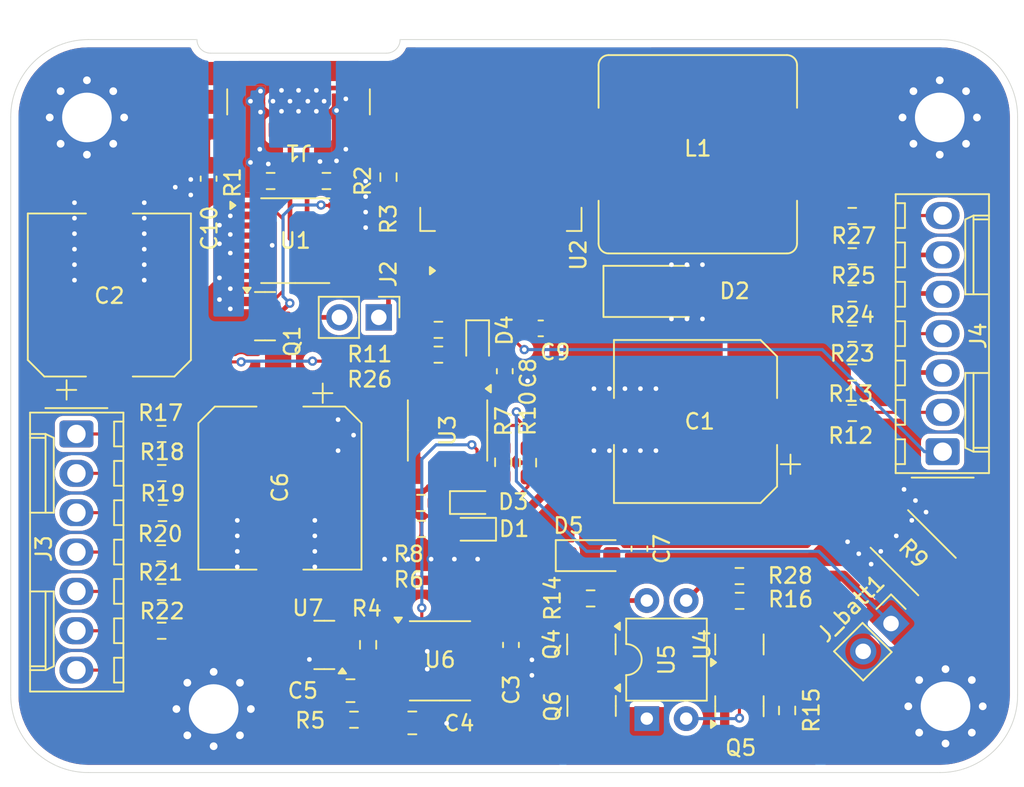
<source format=kicad_pcb>
(kicad_pcb (version 20240108) (generator "pcbnew") (generator_version "8.0")
  (layers (0 "F.Cu" signal) (31 "B.Cu" signal) (34 "B.Paste" user) (35 "F.Paste" user) (36 "B.SilkS" user "B.Silkscreen") (37 "F.SilkS" user "F.Silkscreen") (38 "B.Mask" user) (39 "F.Mask" user) (44 "Edge.Cuts" user))
  (net 0 "")
  (net 1 "/-OUT")
  (net 2 "GND")
  (net 3 "/+OUT")
  (net 4 "/VBUS_PD")
  (net 5 "/5V_stab")
  (net 6 "Net-(U7-K)")
  (net 7 "/CC_vref_div1")
  (net 8 "Net-(D4-A)")
  (net 9 "Net-(U2-VC)")
  (net 10 "Net-(J1-SHIELD)")
  (net 11 "Net-(D1-K)")
  (net 12 "Net-(D1-A)")
  (net 13 "/BUCK_SW")
  (net 14 "Net-(J1-CC2)")
  (net 15 "Net-(J1-CC1)")
  (net 16 "Net-(J2-Pin_2)")
  (net 17 "Net-(J2-Pin_1)")
  (net 18 "Net-(J3-Pin_5)")
  (net 19 "Net-(J3-Pin_2)")
  (net 20 "Net-(J3-Pin_4)")
  (net 21 "Net-(J3-Pin_3)")
  (net 22 "Net-(J3-Pin_6)")
  (net 23 "Net-(J4-Pin_3)")
  (net 24 "Net-(J4-Pin_6)")
  (net 25 "Net-(J4-Pin_2)")
  (net 26 "Net-(J4-Pin_5)")
  (net 27 "Net-(J4-Pin_4)")
  (net 28 "/FB")
  (net 29 "Net-(Q1-G)")
  (net 30 "Net-(Q5-B)")
  (net 31 "Net-(Q5-C)")
  (net 32 "Net-(Q5-E)")
  (net 33 "/VBUS")
  (net 34 "/CC_vref")
  (net 35 "Net-(U3B--)")
  (net 36 "Net-(D3-A)")
  (net 48 "Net-(D5-K)")
  (net 49 "Net-(D5-A)")
  (net 50 "Net-(R28-Pad2)")
  (net 51 "Net-(J_batt1-Pin_2)")
  (net 52 "Net-(J4-Pin_7)")
  (net 53 "Net-(J3-Pin_7)")
  (footprint "Package_TO_SOT_SMD:TO-263-5_TabPin3" (layer "F.Cu") (at 166 63.5 90)
    (property "Reference" "U2")
    (property "Value" "XL4015")
  )
  (footprint "Resistor_SMD:R_0603_1608Metric_Pad0.98x0.95mm_HandSolder" (layer "F.Cu") (at 167.75 83.275 90)
    (property "Reference" "R10")
    (property "Value" "1k")
  )
  (footprint "Resistor_SMD:R_0603_1608Metric_Pad0.98x0.95mm_HandSolder" (layer "F.Cu") (at 144.125 94.125 180)
    (property "Reference" "R22")
    (property "Value" "1k")
  )
  (footprint "Resistor_SMD:R_0603_1608Metric_Pad0.98x0.95mm_HandSolder" (layer "F.Cu") (at 188.66 67.3575)
    (property "Reference" "R27")
    (property "Value" "1k")
  )
  (footprint "LED_SMD:LED_0603_1608Metric" (layer "F.Cu") (at 164.5 75.575 -90)
    (property "Reference" "D4")
    (property "Value" "LED")
  )
  (footprint "Package_SO:SO-8_3.9x4.9mm_P1.27mm" (layer "F.Cu") (at 162.56 81.2 -90)
    (property "Reference" "U3")
    (property "Value" "LM358")
  )
  (footprint "Capacitor_SMD:CP_Elec_10x10" (layer "F.Cu") (at 178.5525 80.62 180)
    (property "Reference" "C1")
    (property "Value" "470u")
  )
  (footprint "Package_DIP:DIP-4_W7.62mm" (layer "F.Cu") (at 175.41 99.795 90)
    (property "Reference" "U5")
    (property "Value" "PC817")
  )
  (footprint "Connector_Molex:Molex_KK-254_AE-6410-07A_1x07_P2.54mm_Vertical" (layer "F.Cu") (at 138.625 81.425 -90)
    (property "Reference" "J3")
    (property "Value" "kk254")
  )
  (footprint "Resistor_SMD:R_0603_1608Metric_Pad0.98x0.95mm_HandSolder" (layer "F.Cu") (at 181.3975 92.195)
    (property "Reference" "R16")
    (property "Value" "100k")
  )
  (footprint "Package_TO_SOT_SMD:SOT-23" (layer "F.Cu") (at 150.7875 73.825)
    (property "Reference" "Q1")
    (property "Value" "AO3400")
  )
  (footprint "Capacitor_SMD:C_0805_2012Metric_Pad1.18x1.45mm_HandSolder" (layer "F.Cu") (at 156.3 97.99)
    (property "Reference" "C5")
    (property "Value" "1u")
  )
  (footprint "MountingHole:MountingHole_3.2mm_M3_Pad_Via" (layer "F.Cu") (at 194.675 99)
    (property "Reference" "H4")
    (property "Value" "M3")
  )
  (footprint "Connector_USB:USB_C_Receptacle_GCT_USB4135-GF-A_6P_TopMnt_Horizontal" (layer "F.Cu") (at 152.95 58.7675 180)
    (property "Reference" "J1")
    (property "Value" "USB_C_Receptacle_PowerOnly_6P")
  )
  (footprint "Resistor_SMD:R_0603_1608Metric_Pad0.98x0.95mm_HandSolder" (layer "F.Cu") (at 158.75 64.85 90)
    (property "Reference" "R3")
    (property "Value" "5K1")
  )
  (footprint "Resistor_SMD:R_0603_1608Metric_Pad0.98x0.95mm_HandSolder" (layer "F.Cu") (at 171.7875 92.0375 180)
    (property "Reference" "R14")
    (property "Value" "100k")
  )
  (footprint "Resistor_SMD:R_0603_1608Metric_Pad0.98x0.95mm_HandSolder" (layer "F.Cu") (at 151.15 65.1 180)
    (property "Reference" "R1")
    (property "Value" "5K1")
  )
  (footprint "Resistor_SMD:R_0603_1608Metric_Pad0.98x0.95mm_HandSolder" (layer "F.Cu") (at 144.125 81.425 180)
    (property "Reference" "R17")
    (property "Value" "1k")
  )
  (footprint "Package_TO_SOT_SMD:SOT-23" (layer "F.Cu") (at 171.85 98.975 -90)
    (property "Reference" "Q6")
    (property "Value" "AO3401A")
  )
  (footprint "Resistor_SMD:R_0603_1608Metric_Pad0.98x0.95mm_HandSolder" (layer "F.Cu") (at 157.4375 95.03 -90)
    (property "Reference" "R4")
    (property "Value" "2.2k")
  )
  (footprint "Resistor_SMD:R_0603_1608Metric_Pad0.98x0.95mm_HandSolder" (layer "F.Cu") (at 188.66 72.3575)
    (property "Reference" "R24")
    (property "Value" "1k")
  )
  (footprint "Package_TO_SOT_SMD:SOT-23" (layer "F.Cu") (at 154.6125 95.04 180)
    (property "Reference" "U7")
    (property "Value" "TL431DBZ")
  )
  (footprint "Capacitor_SMD:C_0805_2012Metric_Pad1.18x1.45mm_HandSolder" (layer "F.Cu") (at 160.2875 100.07)
    (property "Reference" "C4")
    (property "Value" "1u")
  )
  (footprint "Package_TO_SOT_SMD:SOT-23" (layer "F.Cu") (at 181.385 98.995 90)
    (property "Reference" "Q5")
    (property "Value" "BC847")
  )
  (footprint "Package_SO:SOIC-8_3.9x4.9mm_P1.27mm" (layer "F.Cu") (at 162.075 96.065)
    (property "Reference" "U6")
    (property "Value" "L78L05_SO8")
  )
  (footprint "Resistor_SMD:R_0603_1608Metric_Pad0.98x0.95mm_HandSolder" (layer "F.Cu") (at 184.46 99.27 -90)
    (property "Reference" "R15")
    (property "Value" "2.2k")
  )
  (footprint "Resistor_SMD:R_0603_1608Metric_Pad0.98x0.95mm_HandSolder" (layer "F.Cu") (at 156.525 99.865 180)
    (property "Reference" "R5")
    (property "Value" "71,5k")
  )
  (footprint "Connector_PinHeader_2.54mm:PinHeader_1x02_P2.54mm_Vertical" (layer "F.Cu") (at 158.125 73.9 -90)
    (property "Reference" "J2")
    (property "Value" "KK254")
  )
  (footprint "MountingHole:MountingHole_3.2mm_M3_Pad_Via" (layer "F.Cu") (at 139.302944 61)
    (property "Reference" "H1")
    (property "Value" "M3")
  )
  (footprint "LED_SMD:LED_0603_1608Metric" (layer "F.Cu") (at 164.2 87.575 180)
    (property "Reference" "D1")
    (property "Value" "LED")
  )
  (footprint "Resistor_SMD:R_2512_6332Metric_Pad1.40x3.35mm_HandSolder" (layer "F.Cu") (at 192.59 89.09 -45)
    (property "Reference" "R9")
    (property "Value" "0.05")
  )
  (footprint "Resistor_SMD:R_0603_1608Metric_Pad0.98x0.95mm_HandSolder" (layer "F.Cu") (at 188.66 77.4575)
    (property "Reference" "R13")
    (property "Value" "1k")
  )
  (footprint "Connector_Molex:Molex_KK-254_AE-6410-07A_1x07_P2.54mm_Vertical" (layer "F.Cu") (at 194.49 82.57 90)
    (property "Reference" "J4")
    (property "Value" "kk254")
  )
  (footprint "Resistor_SMD:R_0603_1608Metric_Pad0.98x0.95mm_HandSolder" (layer "F.Cu") (at 188.66 80.07)
    (property "Reference" "R12")
    (property "Value" "1k")
  )
  (footprint "LED_SMD:LED_0603_1608Metric" (layer "F.Cu") (at 164.2 85.85)
    (property "Reference" "D3")
    (property "Value" "LED")
  )
  (footprint "Resistor_SMD:R_0603_1608Metric_Pad0.98x0.95mm_HandSolder" (layer "F.Cu") (at 166.15 83.25 -90)
    (property "Reference" "R7")
    (property "Value" "1k")
  )
  (footprint "Resistor_SMD:R_0603_1608Metric_Pad0.98x0.95mm_HandSolder" (layer "F.Cu") (at 160.875 87.55)
    (property "Reference" "R6")
    (property "Value" "90.9k")
  )
  (footprint "Package_TO_SOT_SMD:SOT-23" (layer "F.Cu") (at 171.8375 95 -90)
    (property "Reference" "Q4")
    (property "Value" "AO3401A")
  )
  (footprint "Resistor_SMD:R_0603_1608Metric_Pad0.98x0.95mm_HandSolder" (layer "F.Cu") (at 144.1 89.125 180)
    (property "Reference" "R20")
    (property "Value" "1k")
  )
  (footprint "Resistor_SMD:R_0603_1608Metric_Pad0.98x0.95mm_HandSolder" (layer "F.Cu") (at 154.75 65.1)
    (property "Reference" "R2")
    (property "Value" "5K1")
  )
  (footprint "Resistor_SMD:R_0603_1608Metric_Pad0.98x0.95mm_HandSolder" (layer "F.Cu") (at 144.125 83.95 180)
    (property "Reference" "R18")
    (property "Value" "1k")
  )
  (footprint "Capacitor_SMD:C_0603_1608Metric_Pad1.08x0.95mm_HandSolder" (layer "F.Cu") (at 166.65 95.04 -90)
    (property "Reference" "C3")
    (property "Value" "10n")
  )
  (footprint "Resistor_SMD:R_0603_1608Metric_Pad0.98x0.95mm_HandSolder" (layer "F.Cu") (at 181.385 90.595 180)
    (property "Reference" "R28")
    (property "Value" "1k")
  )
  (footprint "MountingHole:MountingHole_3.2mm_M3_Pad_Via" (layer "F.Cu") (at 147.475 99.175)
    (property "Reference" "H3")
    (property "Value" "M3")
  )
  (footprint "Resistor_SMD:R_0603_1608Metric_Pad0.98x0.95mm_HandSolder" (layer "F.Cu") (at 144.125 91.625 180)
    (property "Reference" "R21")
    (property "Value" "1k")
  )
  (footprint "Capacitor_SMD:C_0603_1608Metric_Pad1.08x0.95mm_HandSolder" (layer "F.Cu") (at 168.57 74.61 180)
    (property "Reference" "C9")
    (property "Value" "10n")
  )
  (footprint "Resistor_SMD:R_0603_1608Metric_Pad0.98x0.95mm_HandSolder" (layer "F.Cu") (at 188.66 69.9575)
    (property "Reference" "R25")
    (property "Value" "1k")
  )
  (footprint "MountingHole:MountingHole_3.2mm_M3_Pad_Via" (layer "F.Cu") (at 194.302944 61)
    (property "Reference" "H2")
    (property "Value" "M3")
  )
  (footprint "Diode_SMD:D_SOD-123F" (layer "F.Cu") (at 171.75 89.275)
    (property "Reference" "D5")
    (property "Value" "9v")
  )
  (footprint "Capacitor_SMD:CP_Elec_10x10" (layer "F.Cu") (at 151.75 84.9175 -90)
    (property "Reference" "C6")
    (property "Value" "470u")
  )
  (footprint "Capacitor_SMD:C_0603_1608Metric_Pad1.08x0.95mm_HandSolder" (layer "F.Cu") (at 166.25 77.375 -90)
    (property "Reference" "C8")
    (property "Value" "1n")
  )
  (footprint "Capacitor_SMD:CP_Elec_10x10" (layer "F.Cu") (at 140.75 72.4575 90)
    (property "Reference" "C2")
    (property "Value" "470u")
  )
  (footprint "Capacitor_SMD:C_0603_1608Metric_Pad1.08x0.95mm_HandSolder" (layer "F.Cu") (at 174.935 88.8325 -90)
    (property "Reference" "C7")
    (property "Value" "10n")
  )
  (footprint "Resistor_SMD:R_0603_1608Metric_Pad0.98x0.95mm_HandSolder" (layer "F.Cu") (at 160.85 85.875)
    (property "Reference" "R8")
    (property "Value" "10k")
  )
  (footprint "Package_SO:TSSOP-16_4.4x5mm_P0.65mm" (layer "F.Cu") (at 152.7375 68.95)
    (property "Reference" "U1")
    (property "Value" "IP2721")
  )
  (footprint "Resistor_SMD:R_0603_1608Metric_Pad0.98x0.95mm_HandSolder" (layer "F.Cu") (at 161.97 74.705)
    (property "Reference" "R11")
    (property "Value" "270")
  )
  (footprint "Capacitor_SMD:C_0603_1608Metric_Pad1.08x0.95mm_HandSolder" (layer "F.Cu") (at 147.15 64.95 90)
    (property "Reference" "C10")
    (property "Value" "10n")
  )
  (footprint "Package_TO_SOT_SMD:SOT-23" (layer "F.Cu") (at 181.385 95.0075 90)
    (property "Reference" "U4")
    (property "Value" "TL431")
  )
  (footprint "Inductor_SMD:L_Bourns_SRR1260" (layer "F.Cu") (at 178.7 63.375)
    (property "Reference" "L1")
    (property "Value" "40uH")
  )
  (footprint "Resistor_SMD:R_0603_1608Metric_Pad0.98x0.95mm_HandSolder" (layer "F.Cu") (at 188.66 74.9575)
    (property "Reference" "R23")
    (property "Value" "1k")
  )
  (footprint "Resistor_SMD:R_0603_1608Metric_Pad0.98x0.95mm_HandSolder" (layer "F.Cu") (at 161.97 76.305 180)
    (property "Reference" "R26")
    (property "Value" "1k")
  )
  (footprint "Connector_PinHeader_2.54mm:PinHeader_1x02_P2.54mm_Vertical" (layer "F.Cu") (at 191.161562 93.658439 -45)
    (property "Reference" "J_batt1")
    (property "Value" "molex kk254")
  )
  (footprint "Diode_SMD:D_SMA" (layer "F.Cu") (at 176.125 72.225)
    (property "Reference" "D2")
    (property "Value" "SS54")
  )
  (footprint "Resistor_SMD:R_0603_1608Metric_Pad0.98x0.95mm_HandSolder" (layer "F.Cu") (at 144.175 86.525 180)
    (property "Reference" "R19")
    (property "Value" "1k")
  )
  (gr_arc (start 199.325251 98.275) (mid 197.860712 101.81071) (end 194.325002 103.275249) (stroke (width 0.05)) (layer "Edge.Cuts"))
  (gr_arc (start 147.276413 56.851164) (mid 146.656695 56.594469) (end 146.4 55.974751) (stroke (width 0.05)) (layer "Edge.Cuts"))
  (gr_arc (start 139.38929 103.275249) (mid 135.85358 101.81071) (end 134.389041 98.275) (stroke (width 0.05)) (layer "Edge.Cuts"))
  (gr_arc (start 159.5 55.974751) (mid 159.243305 56.594469) (end 158.623587 56.851164) (stroke (width 0.05)) (layer "Edge.Cuts"))
  (gr_line (start 158.623587 56.851164) (end 147.276413 56.851164) (stroke (width 0.05)) (layer "Edge.Cuts"))
  (gr_line (start 134.389041 60.975) (end 134.389041 98.275) (stroke (width 0.05)) (layer "Edge.Cuts"))
  (gr_line (start 194.325 55.974751) (end 159.5 55.974751) (stroke (width 0.05)) (layer "Edge.Cuts"))
  (gr_arc (start 194.325 55.974751) (mid 197.86071 57.43929) (end 199.325249 60.975) (stroke (width 0.05)) (layer "Edge.Cuts"))
  (gr_line (start 139.38929 103.275249) (end 194.325002 103.275249) (stroke (width 0.05)) (layer "Edge.Cuts"))
  (gr_line (start 199.325251 98.275) (end 199.325251 60.975) (stroke (width 0.05)) (layer "Edge.Cuts"))
  (gr_line (start 139.38929 55.974751) (end 146.4 55.974751) (stroke (width 0.05)) (layer "Edge.Cuts"))
  (gr_arc (start 134.389041 60.975) (mid 135.85358 57.43929) (end 139.38929 55.974751) (stroke (width 0.05)) (layer "Edge.Cuts"))
  (segment (start 180.485 92.195) (end 180.6975 92.195) (width 0.5) (layer "F.Cu") (net 1))
  (segment (start 167.55 80.95) (end 167.475 80.875) (width 0.2) (layer "F.Cu") (net 1))
  (segment (start 167 80.4) (end 167 80) (width 0.2) (layer "F.Cu") (net 1))
  (segment (start 167.75 82.3625) (end 167.75 81.15) (width 0.2) (layer "F.Cu") (net 1))
  (segment (start 161.925 80.875) (end 161.925 78.625) (width 0.3) (layer "F.Cu") (net 1))
  (segment (start 188.098123 90.595) (end 191.161562 93.658439) (width 0.7) (layer "F.Cu") (net 1))
  (segment (start 167.55 80.95) (end 167 80.4) (width 0.2) (layer "F.Cu") (net 1))
  (segment (start 167.75 81.15) (end 167.55 80.95) (width 0.2) (layer "F.Cu") (net 1))
  (segment (start 182.2975 90.595) (end 188.098123 90.595) (width 0.7) (layer "F.Cu") (net 1))
  (segment (start 160.655 82.145) (end 161.925 80.875) (width 0.3) (layer "F.Cu") (net 1))
  (segment (start 167.475 80.875) (end 161.925 80.875) (width 0.2) (layer "F.Cu") (net 1))
  (segment (start 160.655 83.775) (end 160.655 82.145) (width 0.3) (layer "F.Cu") (net 1))
  (segment (start 182.2975 90.595) (end 182.085 90.595) (width 0.3) (layer "F.Cu") (net 1))
  (via (at 167 80) (size 0.6) (drill 0.3) (layers "F.Cu" "B.Cu") (net 1))
  (segment (start 171.525 89) (end 186.503123 89) (width 0.2) (layer "B.Cu") (net 1))
  (segment (start 186.503123 89) (end 191.161562 93.658439) (width 0.2) (layer "B.Cu") (net 1))
  (segment (start 167 84.475) (end 171.525 89) (width 0.2) (layer "B.Cu") (net 1))
  (segment (start 167 80) (end 167 84.475) (width 0.2) (layer "B.Cu") (net 1))
  (segment (start 149.875 69.275) (end 151.225 69.275) (width 0.3) (layer "F.Cu") (net 2))
  (segment (start 151.225 69.275) (end 151.25 69.25) (width 0.3) (layer "F.Cu") (net 2))
  (via (at 179 70.5) (size 0.6) (drill 0.3) (layers "F.Cu" "B.Cu") (net 2))
  (via (at 178 74) (size 0.6) (drill 0.3) (layers "F.Cu" "B.Cu") (net 2))
  (via (at 164.5 89.5) (size 0.6) (drill 0.3) (layers "F.Cu" "B.Cu") (net 2))
  (via (at 162.5 100.1) (size 0.6) (drill 0.3) (layers "F.Cu" "B.Cu") (net 2))
  (via (at 175 82.5) (size 0.6) (drill 0.3) (layers "F.Cu" "B.Cu") (net 2))
  (via (at 179 74) (size 0.6) (drill 0.3) (layers "F.Cu" "B.Cu") (net 2))
  (via (at 151.25 69.25) (size 0.6) (drill 0.3) (layers "F.Cu" "B.Cu") (net 2))
  (via (at 157.278726 65.10813) (size 0.6) (drill 0.3) (layers "F.Cu" "B.Cu") (net 2))
  (via (at 138.5 68.5) (size 0.6) (drill 0.3) (layers "F.Cu" "B.Cu") (net 2))
  (via (at 138.5 70.5) (size 0.6) (drill 0.3) (layers "F.Cu" "B.Cu") (net 2))
  (via (at 188.358872 88.380963) (size 0.6) (drill 0.3) (layers "F.Cu" "B.Cu") (net 2))
  (via (at 156 59.8) (size 0.6) (drill 0.3) (layers "F.Cu" "B.Cu") (net 2))
  (via (at 192.736307 85.720391) (size 0.6) (drill 0.3) (layers "F.Cu" "B.Cu") (net 2))
  (via (at 191.5 88) (size 0.6) (drill 0.3) (layers "F.Cu" "B.Cu") (net 2))
  (via (at 143 66.5) (size 0.6) (drill 0.3) (layers "F.Cu" "B.Cu") (net 2))
  (via (at 161.25 96.6) (size 0.6) (drill 0.3) (layers "F.Cu" "B.Cu") (net 2))
  (via (at 150.45 63.05) (size 0.6) (drill 0.3) (layers "F.Cu" "B.Cu") (net 2))
  (via (at 143 70.5) (size 0.6) (drill 0.3) (layers "F.Cu" "B.Cu") (net 2))
  (via (at 156.5 81.5) (size 0.6) (drill 0.3) (layers "F.Cu" "B.Cu") (net 2))
  (via (at 154 89) (size 0.6) (drill 0.3) (layers "F.Cu" "B.Cu") (net 2))
  (via (at 158.5 89.5) (size 0.6) (drill 0.3) (layers "F.Cu" "B.Cu") (net 2))
  (via (at 143 68.5) (size 0.6) (drill 0.3) (layers "F.Cu" "B.Cu") (net 2))
  (via (at 172 82.5) (size 0.6) (drill 0.3) (layers "F.Cu" "B.Cu") (net 2))
  (via (at 168 96) (size 0.6) (drill 0.3) (layers "F.Cu" "B.Cu") (net 2))
  (via (at 157.278726 68.10813) (size 0.6) (drill 0.3) (layers "F.Cu" "B.Cu") (net 2))
  (via (at 146 65) (size 0.6) (drill 0.3) (layers "F.Cu" "B.Cu") (net 2))
  (via (at 167.725 78) (size 0.6) (drill 0.3) (layers "F.Cu" "B.Cu") (net 2))
  (via (at 154 90) (size 0.6) (drill 0.3) (layers "F.Cu" "B.Cu") (net 2))
  (via (at 176 78.5) (size 0.6) (drill 0.3) (layers "F.Cu" "B.Cu") (net 2))
  (via (at 190.5 89) (size 0.6) (drill 0.3) (layers "F.Cu" "B.Cu") (net 2))
  (via (at 138.5 67.5) (size 0.6) (drill 0.3) (layers "F.Cu" "B.Cu") (net 2))
  (via (at 138.5 71.5) (size 0.6) (drill 0.3) (layers "F.Cu" "B.Cu") (net 2))
  (via (at 146 66) (size 0.6) (drill 0.3) (layers "F.Cu" "B.Cu") (net 2))
  (via (at 154 87) (size 0.6) (drill 0.3) (layers "F.Cu" "B.Cu") (net 2))
  (via (at 155.4 60.55) (size 0.6) (drill 0.3) (layers "F.Cu" "B.Cu") (net 2))
  (via (at 145 65.5) (size 0.6) (drill 0.3) (layers "F.Cu" "B.Cu") (net 2))
  (via (at 172 78.5) (size 0.6) (drill 0.3) (layers "F.Cu" "B.Cu") (net 2))
  (via (at 149.85 63.9) (size 0.6) (drill 0.3) (layers "F.Cu" "B.Cu") (net 2))
  (via (at 173 82.5) (size 0.6) (drill 0.3) (layers "F.Cu" "B.Cu") (net 2))
  (via (at 163 89.5) (size 0.6) (drill 0.3) (layers "F.Cu" "B.Cu") (net 2))
  (via (at 138.5 66.5) (size 0.6) (drill 0.3) (layers "F.Cu" "B.Cu") (net 2))
  (via (at 157.278726 66.10813) (size 0.6) (drill 0.3) (layers "F.Cu" "B.Cu") (net 2))
  (via (at 138.5 69.5) (size 0.6) (drill 0.3) (layers "F.Cu" "B.Cu") (net 2))
  (via (at 177 74) (size 0.6) (drill 0.3) (layers "F.Cu" "B.Cu") (net 2))
  (via (at 157.278726 67.10813) (size 0.6) (drill 0.3) (layers "F.Cu" "B.Cu") (net 2))
  (via (at 154.333814 63.842073) (size 0.6) (drill 0.3) (layers "F.Cu" "B.Cu") (net 2))
  (via (at 174 78.5) (size 0.6) (drill 0.3) (layers "F.Cu" "B.Cu") (net 2))
  (via (at 155.5 82.5) (size 0.6) (drill 0.3) (layers "F.Cu" "B.Cu") (net 2))
  (via (at 153.65 95.975) (size 0.6) (drill 0.3) (layers "F.Cu" "B.Cu") (net 2))
  (via (at 177 70.5) (size 0.6) (drill 0.3) (layers "F.Cu" "B.Cu") (net 2))
  (via (at 178 70.5) (size 0.6) (drill 0.3) (layers "F.Cu" "B.Cu") (net 2))
  (via (at 160 89.5) (size 0.6) (drill 0.3) (layers "F.Cu" "B.Cu") (net 2))
  (via (at 175 78.5) (size 0.6) (drill 0.3) (layers "F.Cu" "B.Cu") (net 2))
  (via (at 192 85) (size 0.6) (drill 0.3) (layers "F.Cu" "B.Cu") (net 2))
  (via (at 149.85 59.95) (size 0.6) (drill 0.3) (layers "F.Cu" "B.Cu") (net 2))
  (via (at 174 82.5) (size 0.6) (drill 0.3) (layers "F.Cu" "B.Cu") (net 2))
  (via (at 143 67.5) (size 0.6) (drill 0.3) (layers "F.Cu" "B.Cu") (net 2))
  (via (at 193.420455 86.467885) (size 0.6) (drill 0.3) (layers "F.Cu" "B.Cu") (net 2))
  (via (at 192.5 87) (size 0.6) (drill 0.3) (layers "F.Cu" "B.Cu") (net 2))
  (via (at 151 64) (size 0.6) (drill 0.3) (layers "F.Cu" "B.Cu") (net 2))
  (via (at 155.5 80.5) (size 0.6) (drill 0.3) (layers "F.Cu" "B.Cu") (net 2))
  (via (at 168 97) (size 0.6) (drill 0.3) (layers "F.Cu" "B.Cu") (net 2))
  (via (at 176 82.5) (size 0.6) (drill 0.3) (layers "F.Cu" "B.Cu") (net 2))
  (via (at 143 71.5) (size 0.6) (drill 0.3) (layers "F.Cu" "B.Cu") (net 2))
  (via (at 155.4 63.8) (size 0.6) (drill 0.3) (layers "F.Cu" "B.Cu") (net 2))
  (via (at 150.5 60.65) (size 0.6) (drill 0.3) (layers "F.Cu" "B.Cu") (net 2))
  (via (at 161.25 95.45) (size 0.6) (drill 0.3) (layers "F.Cu" "B.Cu") (net 2))
  (via (at 156 63.05) (size 0.6) (drill 0.3) (layers "F.Cu" "B.Cu") (net 2))
  (via (at 149 87) (size 0.6) (drill 0.3) (layers "F.Cu" "B.Cu") (net 2))
  (via (at 149 89) (size 0.6) (drill 0.3) (layers "F.Cu" "B.Cu") (net 2))
  (via (at 150.5 59.3) (size 0.6) (drill 0.3) (layers "F.Cu" "B.Cu") (net 2))
  (via (at 149 88) (size 0.6) (drill 0.3) (layers "F.Cu" "B.Cu") (net 2))
  (via (at 161.5 89.5) (size 0.6) (drill 0.3) (layers "F.Cu" "B.Cu") (net 2))
  (via (at 154 88) (size 0.6) (drill 0.3) (layers "F.Cu" "B.Cu") (net 2))
  (via (at 143 69.5) (size 0.6) (drill 0.3) (layers "F.Cu" "B.Cu") (net 2))
  (via (at 189.081028 89.153796) (size 0.6) (drill 0.3) (layers "F.Cu" "B.Cu") (net 2))
  (via (at 189.879199 89.825274) (size 0.6) (drill 0.3) (layers "F.Cu" "B.Cu") (net 2))
  (via (at 173 78.5) (size 0.6) (drill 0.3) (layers "F.Cu" "B.Cu") (net 2))
  (via (at 149 90) (size 0.6) (drill 0.3) (layers "F.Cu" "B.Cu") (net 2))
  (segment (start 151.725 73.65) (end 152.3875 72.9875) (width 0.3) (layer "F.Cu") (net 4))
  (segment (start 156.27 85.4375) (end 151.75 80.9175) (width 0.6) (layer "F.Cu") (net 4))
  (segment (start 162.45 93.93) (end 162.45 91.8) (width 0.6) (layer "F.Cu") (net 4))
  (segment (start 156.27 89.45) (end 156.27 85.4375) (width 0.6) (layer "F.Cu") (net 4))
  (segment (start 151.75 73.85) (end 151.725 73.825) (width 0.3) (layer "F.Cu") (net 4))
  (segment (start 165.89 90.87) (end 166.78 89.98) (width 0.6) (layer "F.Cu") (net 4))
  (segment (start 151.725 73.825) (end 151.725 73.65) (width 0.3) (layer "F.Cu") (net 4))
  (segment (start 164.55 94.16) (end 166.6325 94.16) (width 0.2) (layer "F.Cu") (net 4))
  (segment (start 166.78 89.98) (end 166.78 87.27) (width 0.6) (layer "F.Cu") (net 4))
  (segment (start 161.52 90.87) (end 165.89 90.87) (width 0.6) (layer "F.Cu") (net 4))
  (segment (start 154.425 66.675) (end 154.4 66.65) (width 0.2) (layer "F.Cu") (net 4))
  (segment (start 162.68 94.16) (end 162.45 93.93) (width 0.6) (layer "F.Cu") (net 4))
  (segment (start 166.78 87.27) (end 169.4325 84.6175) (width 0.6) (layer "F.Cu") (net 4))
  (segment (start 161.52 90.87) (end 157.69 90.87) (width 0.6) (layer "F.Cu") (net 4))
  (segment (start 169.4325 71.1825) (end 169.4 71.15) (width 0.7) (layer "F.Cu") (net 4))
  (segment (start 169.4325 74.61) (end 169.4325 71.1825) (width 0.7) (layer "F.Cu") (net 4))
  (segment (start 155.6 66.675) (end 154.425 66.675) (width 0.2) (layer "F.Cu") (net 4))
  (segment (start 157.69 90.87) (end 156.27 89.45) (width 0.6) (layer "F.Cu") (net 4))
  (segment (start 164.55 94.16) (end 162.68 94.16) (width 0.6) (layer "F.Cu") (net 4))
  (segment (start 162.45 91.8) (end 161.52 90.87) (width 0.6) (layer "F.Cu") (net 4))
  (segment (start 169.4325 84.6175) (end 169.4325 74.61) (width 0.6) (layer "F.Cu") (net 4))
  (via (at 154.4 66.65) (size 0.6) (drill 0.3) (layers "F.Cu" "B.Cu") (net 4))
  (via (at 152.3875 72.9875) (size 0.6) (drill 0.3) (layers "F.Cu" "B.Cu") (net 4))
  (segment (start 152.475 73.075) (end 152.3875 72.9875) (width 0.2) (layer "B.Cu") (net 4))
  (segment (start 151.95 72.55) (end 152.3875 72.9875) (width 0.2) (layer "B.Cu") (net 4))
  (segment (start 151.95 67.325) (end 151.95 72.55) (width 0.2) (layer "B.Cu") (net 4))
  (segment (start 154.4 66.65) (end 152.625 66.65) (width 0.2) (layer "B.Cu") (net 4))
  (segment (start 152.625 66.65) (end 151.95 67.325) (width 0.2) (layer "B.Cu") (net 4))
  (segment (start 157.4375 94.1175) (end 159.5575 94.1175) (width 0.3) (layer "F.Cu") (net 5))
  (segment (start 160.9 92.65) (end 160.9 93.575) (width 0.2) (layer "F.Cu") (net 5))
  (segment (start 164.15 82.125) (end 164.125 82.125) (width 0.2) (layer "F.Cu") (net 5))
  (segment (start 164.125 82.1) (end 164.15 82.125) (width 0.2) (layer "F.Cu") (net 5))
  (segment (start 163.1 95.775) (end 161.485 94.16) (width 0.2) (layer "F.Cu") (net 5))
  (segment (start 162.425 101.55) (end 163.1 100.875) (width 0.2) (layer "F.Cu") (net 5))
  (segment (start 164.565 83.675) (end 164.465 83.775) (width 0.3) (layer "F.Cu") (net 5))
  (segment (start 165.9025 82.3375) (end 164.465 83.775) (width 0.2) (layer "F.Cu") (net 5))
  (segment (start 159.5575 94.1175) (end 159.6 94.16) (width 0.3) (layer "F.Cu") (net 5))
  (segment (start 164.125 82.125) (end 164.125 82.1) (width 0.2) (layer "F.Cu") (net 5))
  (segment (start 164.465 82.44) (end 164.15 82.125) (width 0.2) (layer "F.Cu") (net 5))
  (segment (start 159.25 100.975) (end 159.825 101.55) (width 0.2) (layer "F.Cu") (net 5))
  (segment (start 160.9 93.575) (end 161.485 94.16) (width 0.2) (layer "F.Cu") (net 5))
  (segment (start 166.15 82.3375) (end 165.9025 82.3375) (width 0.2) (layer "F.Cu") (net 5))
  (segment (start 159.825 101.55) (end 162.425 101.55) (width 0.2) (layer "F.Cu") (net 5))
  (segment (start 163.1 100.875) (end 163.1 95.775) (width 0.2) (layer "F.Cu") (net 5))
  (segment (start 159.25 100.07) (end 159.25 100.975) (width 0.2) (layer "F.Cu") (net 5))
  (segment (start 164.465 83.775) (end 164.465 82.44) (width 0.2) (layer "F.Cu") (net 5))
  (segment (start 161.485 94.16) (end 159.6 94.16) (width 0.2) (layer "F.Cu") (net 5))
  (via (at 164.125 82.125) (size 0.6) (drill 0.3) (layers "F.Cu" "B.Cu") (net 5))
  (via (at 160.9 92.65) (size 0.6) (drill 0.3) (layers "F.Cu" "B.Cu") (net 5))
  (segment (start 160.9 92.65) (end 160.9 83.05) (width 0.2) (layer "B.Cu") (net 5))
  (segment (start 161.825 82.125) (end 164.125 82.125) (width 0.2) (layer "B.Cu") (net 5))
  (segment (start 160.9 83.05) (end 161.825 82.125) (width 0.2) (layer "B.Cu") (net 5))
  (segment (start 155.5975 95.9425) (end 155.55 95.99) (width 0.2) (layer "F.Cu") (net 6))
  (segment (start 155.6625 99.89) (end 155.6625 96.1025) (width 0.2) (layer "F.Cu") (net 6))
  (segment (start 155.55 95.99) (end 155.55 94.09) (width 0.3) (layer "F.Cu") (net 6))
  (segment (start 155.6625 96.1025) (end 155.55 95.99) (width 0.2) (layer "F.Cu") (net 6))
  (segment (start 157.4375 95.9425) (end 155.5975 95.9425) (width 0.2) (layer "F.Cu") (net 6))
  (segment (start 153.85 76.725) (end 158.1 76.725) (width 0.2) (layer "F.Cu") (net 7))
  (segment (start 163.195 79.77) (end 163.195 78.625) (width 0.2) (layer "F.Cu") (net 7))
  (segment (start 158.9125 77.5375) (end 159.175 77.275) (width 0.2) (layer "F.Cu") (net 7))
  (segment (start 163.145 77.275) (end 159.175 77.275) (width 0.2) (layer "F.Cu") (net 7))
  (segment (start 141.165 81.425) (end 138.625 81.425) (width 0.2) (layer "F.Cu") (net 7))
  (segment (start 163.195 78.625) (end 163.195 77.325) (width 0.3) (layer "F.Cu") (net 7))
  (segment (start 145.815 76.775) (end 141.165 81.425) (width 0.2) (layer "F.Cu") (net 7))
  (segment (start 166.25 79.725) (end 165.925 80.05) (width 0.2) (layer "F.Cu") (net 7))
  (segment (start 159.175 77.275) (end 158.68 77.77) (width 0.2) (layer "F.Cu") (net 7))
  (segment (start 166.25 78.2375) (end 166.25 79.725) (width 0.2) (layer "F.Cu") (net 7))
  (segment (start 163.195 77.325) (end 163.195 76.6175) (width 0.3) (layer "F.Cu") (net 7))
  (segment (start 163.475 80.05) (end 163.195 79.77) (width 0.2) (layer "F.Cu") (net 7))
  (segment (start 163.19 76.7125) (end 162.7325 76.255) (width 0.3) (layer "F.Cu") (net 7))
  (segment (start 159.05 87.55) (end 159.9625 87.55) (width 0.2) (layer "F.Cu") (net 7))
  (segment (start 163.195 77.325) (end 163.145 77.275) (width 0.2) (layer "F.Cu") (net 7))
  (segment (start 158.1 76.725) (end 158.9125 77.5375) (width 0.2) (layer "F.Cu") (net 7))
  (segment (start 158.675 80.225) (end 158.675 87.175) (width 0.2) (layer "F.Cu") (net 7))
  (segment (start 158.675 87.175) (end 159.05 87.55) (width 0.2) (layer "F.Cu") (net 7))
  (segment (start 158.68 80.22) (end 158.675 80.225) (width 0.2) (layer "F.Cu") (net 7))
  (segment (start 163.195 76.6175) (end 162.8825 76.305) (width 0.3) (layer "F.Cu") (net 7))
  (segment (start 149.25 76.775) (end 145.815 76.775) (width 0.2) (layer "F.Cu") (net 7))
  (segment (start 158.68 77.77) (end 158.68 80.22) (width 0.2) (layer "F.Cu") (net 7))
  (segment (start 165.925 80.05) (end 163.475 80.05) (width 0.2) (layer "F.Cu") (net 7))
  (via (at 149.25 76.775) (size 0.6) (drill 0.3) (layers "F.Cu" "B.Cu") (net 7))
  (via (at 153.85 76.725) (size 0.6) (drill 0.3) (layers "F.Cu" "B.Cu") (net 7))
  (segment (start 149.25 76.775) (end 149.26 76.785) (width 0.2) (layer "B.Cu") (net 7))
  (segment (start 149.3 76.725) (end 153.85 76.725) (width 0.2) (layer "B.Cu") (net 7))
  (segment (start 149.25 76.775) (end 149.3 76.725) (width 0.2) (layer "B.Cu") (net 7))
  (segment (start 164.57 76.2925) (end 164.5 76.3625) (width 0.2) (layer "F.Cu") (net 8))
  (segment (start 166.245 76.2925) (end 164.57 76.2925) (width 0.2) (layer "F.Cu") (net 8))
  (segment (start 164.5 76.55) (end 164.46 76.59) (width 0.2) (layer "F.Cu") (net 8))
  (segment (start 164.5 76.3625) (end 164.5 76.55) (width 0.2) (layer "F.Cu") (net 8))
  (segment (start 164.465 76.81) (end 164.465 78.625) (width 0.2) (layer "F.Cu") (net 8))
  (segment (start 167.7075 74.61) (end 167.7075 71.1575) (width 0.7) (layer "F.Cu") (net 9))
  (segment (start 167.7075 71.1575) (end 167.7 71.15) (width 0.7) (layer "F.Cu") (net 9))
  (segment (start 147.15 64.0875) (end 147.15 62.4325) (width 0.2) (layer "F.Cu") (net 10))
  (segment (start 147.15 62.4325) (end 147.835 61.7475) (width 0.2) (layer "F.Cu") (net 10))
  (segment (start 167.75 84.8125) (end 164.9875 87.575) (width 0.2) (layer "F.Cu") (net 11))
  (segment (start 167.75 84.1875) (end 167.75 84.8125) (width 0.2) (layer "F.Cu") (net 11))
  (segment (start 163.4125 83.9925) (end 163.195 83.775) (width 0.2) (layer "F.Cu") (net 12))
  (segment (start 163.4125 87.575) (end 163.4125 83.9925) (width 0.2) (layer "F.Cu") (net 12))
  (segment (start 166 71.15) (end 166 62) (width 0.7) (layer "F.Cu") (net 13))
  (segment (start 152.4 68.8) (end 152.875 69.275) (width 0.3) (layer "F.Cu") (net 14))
  (segment (start 152.875 69.275) (end 155.6 69.275) (width 0.3) (layer "F.Cu") (net 14))
  (segment (start 152.0625 65.1) (end 152.4 64.7625) (width 0.3) (layer "F.Cu") (net 14))
  (segment (start 152.4 64.7625) (end 152.4 61.8625) (width 0.3) (layer "F.Cu") (net 14))
  (segment (start 152.4 65.4375) (end 152.4 68.8) (width 0.3) (layer "F.Cu") (net 14))
  (segment (start 152.4 61.8625) (end 152.46 61.8025) (width 0.3) (layer "F.Cu") (net 14))
  (segment (start 152.0625 65.1) (end 152.4 65.4375) (width 0.3) (layer "F.Cu") (net 14))
  (segment (start 153.5 65.4375) (end 153.5 68.35) (width 0.3) (layer "F.Cu") (net 15))
  (segment (start 153.8375 65.1) (end 153.5 64.7625) (width 0.3) (layer "F.Cu") (net 15))
  (segment (start 153.5 63.7) (end 153.5 61.8425) (width 0.3) (layer "F.Cu") (net 15))
  (segment (start 153.5 61.8425) (end 153.46 61.8025) (width 0.3) (layer "F.Cu") (net 15))
  (segment (start 153.775 68.625) (end 155.6 68.625) (width 0.3) (layer "F.Cu") (net 15))
  (segment (start 153.5 64.7625) (end 153.5 63.7) (width 0.3) (layer "F.Cu") (net 15))
  (segment (start 153.5 68.35) (end 153.775 68.625) (width 0.3) (layer "F.Cu") (net 15))
  (segment (start 153.8375 65.1) (end 153.5 65.4375) (width 0.3) (layer "F.Cu") (net 15))
  (segment (start 155.035 73.9) (end 153.8 73.9) (width 0.3) (layer "F.Cu") (net 16))
  (segment (start 153.775 69.925) (end 155.6 69.925) (width 0.3) (layer "F.Cu") (net 16))
  (segment (start 153.5 70.2) (end 153.775 69.925) (width 0.3) (layer "F.Cu") (net 16))
  (segment (start 153.5 73.6) (end 153.5 70.2) (width 0.3) (layer "F.Cu") (net 16))
  (segment (start 153.8 73.9) (end 153.5 73.6) (width 0.3) (layer "F.Cu") (net 16))
  (segment (start 157.575 73.9) (end 158.125 73.9) (width 0.3) (layer "F.Cu") (net 17))
  (segment (start 158.75 73.275) (end 158.75 65.7625) (width 0.3) (layer "F.Cu") (net 17))
  (segment (start 158.125 73.9) (end 158.75 73.275) (width 0.3) (layer "F.Cu") (net 17))
  (segment (start 143.1875 89.125) (end 140.7275 91.585) (width 0.2) (layer "F.Cu") (net 18))
  (segment (start 140.7275 91.585) (end 138.625 91.585) (width 0.2) (layer "F.Cu") (net 18))
  (segment (start 138.665 91.625) (end 138.625 91.585) (width 0.2) (layer "F.Cu") (net 18))
  (segment (start 143.2125 81.425) (end 140.6675 83.97) (width 0.2) (layer "F.Cu") (net 19))
  (segment (start 140.585 83.965) (end 138.625 83.965) (width 0.2) (layer "F.Cu") (net 19))
  (segment (start 138.64 83.95) (end 138.625 83.965) (width 0.2) (layer "F.Cu") (net 19))
  (segment (start 140.6675 83.97) (end 140.59 83.97) (width 0.2) (layer "F.Cu") (net 19))
  (segment (start 140.59 83.97) (end 140.585 83.965) (width 0.2) (layer "F.Cu") (net 19))
  (segment (start 138.705 89.125) (end 138.625 89.045) (width 0.2) (layer "F.Cu") (net 20))
  (segment (start 143.2625 86.525) (end 140.7425 89.045) (width 0.2) (layer "F.Cu") (net 20))
  (segment (start 140.7425 89.045) (end 138.625 89.045) (width 0.2) (layer "F.Cu") (net 20))
  (segment (start 143.2125 83.95) (end 140.6575 86.505) (width 0.2) (layer "F.Cu") (net 21))
  (segment (start 140.6575 86.505) (end 138.625 86.505) (width 0.2) (layer "F.Cu") (net 21))
  (segment (start 138.645 86.525) (end 138.625 86.505) (width 0.2) (layer "F.Cu") (net 21))
  (segment (start 143.2125 91.625) (end 140.7125 94.125) (width 0.2) (layer "F.Cu") (net 22))
  (segment (start 140.7125 94.125) (end 138.625 94.125) (width 0.2) (layer "F.Cu") (net 22))
  (segment (start 189.6125 77.4975) (end 189.5725 77.4575) (width 0.3) (layer "F.Cu") (net 23))
  (segment (start 189.5725 77.4575) (end 194.4575 77.4575) (width 0.3) (layer "F.Cu") (net 23))
  (segment (start 194.4575 77.4575) (end 194.49 77.49) (width 0.3) (layer "F.Cu") (net 23))
  (segment (start 189.5725 69.9575) (end 189.7075 69.9575) (width 0.3) (layer "F.Cu") (net 24))
  (segment (start 189.7075 69.9575) (end 189.795 69.87) (width 0.3) (layer "F.Cu") (net 24))
  (segment (start 189.795 69.87) (end 194.49 69.87) (width 0.3) (layer "F.Cu") (net 24))
  (segment (start 189.6525 69.8775) (end 189.5725 69.9575) (width 0.3) (layer "F.Cu") (net 24))
  (segment (start 194.49 80.03) (end 189.6125 80.03) (width 0.2) (layer "F.Cu") (net 25))
  (segment (start 189.6125 80.03) (end 189.5725 80.07) (width 0.2) (layer "F.Cu") (net 25))
  (segment (start 189.605 80.0375) (end 189.5725 80.07) (width 0.3) (layer "F.Cu") (net 25))
  (segment (start 189.5725 72.3575) (end 194.4375 72.3575) (width 0.3) (layer "F.Cu") (net 26))
  (segment (start 189.6325 72.4175) (end 189.5725 72.3575) (width 0.3) (layer "F.Cu") (net 26))
  (segment (start 194.4375 72.3575) (end 194.49 72.41) (width 0.3) (layer "F.Cu") (net 26))
  (segment (start 194.49 74.95) (end 189.23 74.95) (width 0.2) (layer "F.Cu") (net 27))
  (segment (start 164.5 74.7875) (end 162.965 74.7875) (width 0.2) (layer "F.Cu") (net 28))
  (segment (start 162.965 74.7875) (end 162.8825 74.705) (width 0.2) (layer "F.Cu") (net 28))
  (segment (start 164.5 71.35) (end 164.3 71.15) (width 0.2) (layer "F.Cu") (net 28))
  (segment (start 164.305 71.155) (end 164.3 71.15) (width 0.3) (layer "F.Cu") (net 28))
  (segment (start 167.47 75.98) (end 167.51 75.98) (width 0.2) (layer "F.Cu") (net 28))
  (segment (start 164.5 74.7875) (end 164.5 71.35) (width 0.2) (layer "F.Cu") (net 28))
  (segment (start 166.2775 74.7875) (end 167.47 75.98) (width 0.2) (layer "F.Cu") (net 28))
  (segment (start 164.5 74.7875) (end 166.2775 74.7875) (width 0.2) (layer "F.Cu") (net 28))
  (via (at 167.51 75.98) (size 0.6) (drill 0.3) (layers "F.Cu" "B.Cu") (net 28))
  (segment (start 194.49 82.57) (end 193.32 82.57) (width 0.2) (layer "B.Cu") (net 28))
  (segment (start 186.73 75.98) (end 167.51 75.98) (width 0.2) (layer "B.Cu") (net 28))
  (segment (start 193.32 82.57) (end 186.73 75.98) (width 0.2) (layer "B.Cu") (net 28))
  (segment (start 151.95 72.2) (end 151.275 72.875) (width 0.2) (layer "F.Cu") (net 29))
  (segment (start 151.075 66.675) (end 149.875 66.675) (width 0.2) (layer "F.Cu") (net 29))
  (segment (start 151.95 67.55) (end 151.075 66.675) (width 0.2) (layer "F.Cu") (net 29))
  (segment (start 151.275 72.875) (end 149.85 72.875) (width 0.2) (layer "F.Cu") (net 29))
  (segment (start 151.95 72.2) (end 151.95 67.55) (width 0.2) (layer "F.Cu") (net 29))
  (segment (start 182.31 95.92) (end 182.335 95.945) (width 0.3) (layer "F.Cu") (net 30))
  (segment (start 180.435 100.865) (end 180.73 101.16) (width 0.3) (layer "F.Cu") (net 30))
  (segment (start 183.4 100.74) (end 183.4 99.725) (width 0.3) (layer "F.Cu") (net 30))
  (segment (start 182.98 101.16) (end 183.4 100.74) (width 0.3) (layer "F.Cu") (net 30))
  (segment (start 184.3925 98.3575) (end 184.46 98.3575) (width 0.3) (layer "F.Cu") (net 30))
  (segment (start 180.435 99.9325) (end 180.435 100.865) (width 0.3) (layer "F.Cu") (net 30))
  (segment (start 180.73 101.16) (end 182.98 101.16) (width 0.3) (layer "F.Cu") (net 30))
  (segment (start 183.4 99.725) (end 183.4 96.425) (width 0.3) (layer "F.Cu") (net 30))
  (segment (start 183.4 99.35) (end 184.3925 98.3575) (width 0.3) (layer "F.Cu") (net 30))
  (segment (start 182.92 95.945) (end 182.335 95.945) (width 0.3) (layer "F.Cu") (net 30))
  (segment (start 183.4 96.425) (end 182.92 95.945) (width 0.3) (layer "F.Cu") (net 30))
  (segment (start 183.4 99.725) (end 183.4 99.35) (width 0.3) (layer "F.Cu") (net 30))
  (segment (start 181.4 99.775) (end 181.385 99.76) (width 0.2) (layer "F.Cu") (net 31))
  (segment (start 181.385 98.0575) (end 181.385 99.76) (width 0.2) (layer "F.Cu") (net 31))
  (via (at 181.385 99.76) (size 0.6) (drill 0.3) (layers "F.Cu" "B.Cu") (net 31))
  (segment (start 181.385 99.76) (end 181.35 99.795) (width 0.2) (layer "B.Cu") (net 31))
  (segment (start 181.35 99.795) (end 177.95 99.795) (width 0.2) (layer "B.Cu") (net 31))
  (segment (start 182.31 94.591948) (end 181.4 95.501948) (width 0.2) (layer "F.Cu") (net 32))
  (segment (start 181.4 96.425) (end 181.436948 96.425) (width 0.2) (layer "F.Cu") (net 32))
  (segment (start 181.4 95.501948) (end 181.4 95.925) (width 0.2) (layer "F.Cu") (net 32))
  (segment (start 182.31 92.195) (end 182.31 94.591948) (width 0.2) (layer "F.Cu") (net 32))
  (segment (start 182.335 99.9325) (end 182.335 97.323052) (width 0.2) (layer "F.Cu") (net 32))
  (segment (start 180.435 95.945) (end 181.38 95.945) (width 0.2) (layer "F.Cu") (net 32))
  (segment (start 181.4 95.925) (end 181.4 96.425) (width 0.2) (layer "F.Cu") (net 32))
  (segment (start 181.38 95.945) (end 181.4 95.925) (width 0.2) (layer "F.Cu") (net 32))
  (segment (start 181.436948 96.425) (end 182.335 97.323052) (width 0.2) (layer "F.Cu") (net 32))
  (segment (start 156.65 63.25) (end 156.65 59.4) (width 0.3) (layer "F.Cu") (net 33))
  (segment (start 158.75 63.9375) (end 157.3375 63.9375) (width 0.3) (layer "F.Cu") (net 33))
  (segment (start 154.6 59.25) (end 154.7 59.35) (width 0.3) (layer "F.Cu") (net 33))
  (segment (start 157.3375 63.9375) (end 156.65 63.25) (width 0.3) (layer "F.Cu") (net 33))
  (segment (start 154.7 59.1) (end 154.7 59.15) (width 0.3) (layer "F.Cu") (net 33))
  (segment (start 156.35 59.1) (end 154.7 59.1) (width 0.3) (layer "F.Cu") (net 33))
  (segment (start 154.7 59.35) (end 154.7 59.75) (width 0.3) (layer "F.Cu") (net 33))
  (segment (start 154.7 59.15) (end 154.6 59.25) (width 0.3) (layer "F.Cu") (net 33))
  (segment (start 156.65 59.4) (end 156.35 59.1) (width 0.3) (layer "F.Cu") (net 33))
  (via (at 147.85 69.15) (size 0.6) (drill 0.3) (layers "F.Cu" "B.Cu") (net 33))
  (via (at 148.55 73.35) (size 0.6) (drill 0.3) (layers "F.Cu" "B.Cu") (net 33))
  (via (at 154.1 60.6) (size 0.6) (drill 0.3) (layers "F.Cu" "B.Cu") (net 33))
  (via (at 147.85 67.95) (size 0.6) (drill 0.3) (layers "F.Cu" "B.Cu") (net 33))
  (via (at 148.55 67.35) (size 0.6) (drill 0.3) (layers "F.Cu" "B.Cu") (net 33))
  (via (at 147.85 71.35) (size 0.6) (drill 0.3) (layers "F.Cu" "B.Cu") (net 33))
  (via (at 151.85 60.6) (size 0.6) (drill 0.3) (layers "F.Cu" "B.Cu") (net 33))
  (via (at 152.95 59.25) (size 0.6) (drill 0.3) (layers "F.Cu" "B.Cu") (net 33))
  (via (at 147.85 72.75) (size 0.6) (drill 0.3) (layers "F.Cu" "B.Cu") (net 33))
  (via (at 148.55 72.05) (size 0.6) (drill 0.3) (layers "F.Cu" "B.Cu") (net 33))
  (via (at 152.4 59.95) (size 0.6) (drill 0.3) (layers "F.Cu" "B.Cu") (net 33))
  (via (at 153.55 59.95) (size 0.6) (drill 0.3) (layers "F.Cu" "B.Cu") (net 33))
  (via (at 154.6 59.95) (size 0.6) (drill 0.3) (layers "F.Cu" "B.Cu") (net 33))
  (via (at 152.95 60.6) (size 0.6) (drill 0.3) (layers "F.Cu" "B.Cu") (net 33))
  (via (at 151.85 59.25) (size 0.6) (drill 0.3) (layers "F.Cu" "B.Cu") (net 33))
  (via (at 154.1 59.25) (size 0.6) (drill 0.3) (layers "F.Cu" "B.Cu") (net 33))
  (via (at 151.3 59.95) (size 0.6) (drill 0.3) (layers "F.Cu" "B.Cu") (net 33))
  (via (at 148.55 69.75) (size 0.6) (drill 0.3) (layers "F.Cu" "B.Cu") (net 33))
  (via (at 148.55 68.55) (size 0.6) (drill 0.3) (layers "F.Cu" "B.Cu") (net 33))
  (segment (start 151.97 100.19) (end 153.12 101.34) (width 0.2) (layer "F.Cu") (net 34))
  (segment (start 148.995 94.125) (end 151.97 97.1) (width 0.2) (layer "F.Cu") (net 34))
  (segment (start 151.97 97.1) (end 151.97 100.19) (width 0.2) (layer "F.Cu") (net 34))
  (segment (start 153.12 101.34) (end 156.48 101.34) (width 0.2) (layer "F.Cu") (net 34))
  (segment (start 157.4375 100.3825) (end 157.4375 99.865) (width 0.2) (layer "F.Cu") (net 34))
  (segment (start 145.0375 94.125) (end 148.995 94.125) (width 0.2) (layer "F.Cu") (net 34))
  (segment (start 145.0375 94.125) (end 145.0375 81.425) (width 0.2) (layer "F.Cu") (net 34))
  (segment (start 156.48 101.34) (end 157.4375 100.3825) (width 0.2) (layer "F.Cu") (net 34))
  (segment (start 161.7625 85.875) (end 161.7625 87.525) (width 0.2) (layer "F.Cu") (net 35))
  (segment (start 161.925 85.7875) (end 161.925 83.775) (width 0.3) (layer "F.Cu") (net 35))
  (segment (start 161.7625 87.525) (end 161.7875 87.55) (width 0.2) (layer "F.Cu") (net 35))
  (segment (start 166.15 84.6875) (end 164.9875 85.85) (width 0.2) (layer "F.Cu") (net 36))
  (segment (start 166.15 84.1625) (end 166.15 84.6875) (width 0.2) (layer "F.Cu") (net 36))
  (segment (start 170.875 92.0375) (end 170.875 94.05) (width 0.3) (layer "F.Cu") (net 48))
  (segment (start 170.875 94.05) (end 170.8875 94.0625) (width 0.3) (layer "F.Cu") (net 48))
  (segment (start 170.8875 98.025) (end 170.9 98.0375) (width 0.6) (layer "F.Cu") (net 48))
  (segment (start 170.8875 94.0625) (end 170.8875 98.025) (width 0.6) (layer "F.Cu") (net 48))
  (segment (start 170.2375 91.4) (end 170.875 92.0375) (width 0.3) (layer "F.Cu") (net 48))
  (segment (start 170.2375 89.3375) (end 170.2375 91.4) (width 0.3) (layer "F.Cu") (net 48))
  (segment (start 172.7 92.0375) (end 172.7 93.975) (width 0.3) (layer "F.Cu") (net 49))
  (segment (start 172.7 93.975) (end 172.7875 94.0625) (width 0.3) (layer "F.Cu") (net 49))
  (segment (start 173.2875 91.45) (end 172.7 92.0375) (width 0.3) (layer "F.Cu") (net 49))
  (segment (start 175.41 92.175) (end 172.8375 92.175) (width 0.3) (layer "F.Cu") (net 49))
  (segment (start 172.7875 98.025) (end 172.8 98.0375) (width 0.3) (layer "F.Cu") (net 49))
  (segment (start 173.2875 89.8375) (end 173.2875 91.45) (width 0.3) (layer "F.Cu") (net 49))
  (segment (start 175.335 92.1) (end 175.41 92.175) (width 0.3) (layer "F.Cu") (net 49))
  (segment (start 172.8 98.0375) (end 172.8 94.075) (width 0.6) (layer "F.Cu") (net 49))
  (segment (start 172.8 94.075) (end 172.7875 94.0625) (width 0.6) (layer "F.Cu") (net 49))
  (segment (start 172.8375 92.175) (end 172.7 92.0375) (width 0.3) (layer "F.Cu") (net 49))
  (segment (start 180.4725 90.595) (end 179.53 90.595) (width 0.3) (layer "F.Cu") (net 50))
  (segment (start 179.53 90.595) (end 177.95 92.175) (width 0.3) (layer "F.Cu") (net 50))
  (segment (start 175.2925 99.9125) (end 175.41 99.795) (width 0.3) (layer "F.Cu") (net 51))
  (segment (start 194.49 67.33) (end 189.6 67.33) (width 0.2) (layer "F.Cu") (net 52))
  (segment (start 189.5925 67.3375) (end 189.5725 67.3575) (width 0.3) (layer "F.Cu") (net 52))
  (segment (start 189.6 67.33) (end 189.5725 67.3575) (width 0.2) (layer "F.Cu") (net 52))
  (segment (start 143.2125 94.125) (end 140.6725 96.665) (width 0.2) (layer "F.Cu") (net 53))
  (segment (start 140.6725 96.665) (end 138.625 96.665) (width 0.2) (layer "F.Cu") (net 53))
  (zone (net 51) (net_name "Net-(J_batt1-Pin_2)") (layer "F.Cu") (priority 11) (connect_pads yes (clearance 0.1)) (min_thickness 0.25) (fill yes (thermal_gap 0.5) (thermal_bridge_width 0.5))
    (polygon (pts (xy 189 93.27) (xy 185.22 97.05) (xy 185.22 99.29) (xy 183.19 99.29) (xy 183.18 99.28) (xy 183.12 99.34) (xy 183.12 100.93) (xy 176.72 100.93) (xy 176.69 100.9) (xy 176.69 99.05) (xy 170.14 99.05) (xy 170.14 103.07) (xy 170.15 103.08) (xy 185.99 103.08) (xy 189.4 99.67) (xy 189.4 97.97) (xy 189.675 97.685) (xy 191.38 95.98) (xy 188.835 93.435)))
  )
  (zone (net 4) (net_name "/VBUS_PD") (layer "F.Cu") (priority 10) (connect_pads yes (clearance 0.1)) (min_thickness 0.25) (fill yes (thermal_gap 0.5) (thermal_bridge_width 0.5))
    (polygon (pts (xy 150.7875 73.7375) (xy 150.7875 78.12) (xy 149.92 78.12) (xy 149.88 78.12) (xy 149.88 82.9) (xy 150.36 83.38) (xy 154.21 83.38) (xy 154.21 78.131832) (xy 152.48 78.124578) (xy 152.48 73.66) (xy 150.865 73.66)))
  )
  (zone (net 33) (net_name "/VBUS") (layer "F.Cu") (connect_pads yes (clearance 0.1)) (min_thickness 0.25) (fill yes (thermal_gap 0.5) (thermal_bridge_width 0.5))
    (polygon (pts (xy 155.1 63) (xy 153.95 63) (xy 153.95 61) (xy 151.95 61) (xy 151.95 63) (xy 150.8 62.95) (xy 150.8 58.95) (xy 155.1 58.95)))
  )
  (zone (net 1) (net_name "/-OUT") (layer "F.Cu") (priority 5) (connect_pads yes (clearance 0.1)) (min_thickness 0.25) (fill yes (thermal_gap 0.5) (thermal_bridge_width 0.5))
    (polygon (pts (xy 181.95 94.975) (xy 181.95 91.375) (xy 183.05 91.375) (xy 183.05 89.825) (xy 180.55 89.825) (xy 180.55 91.375) (xy 179.65 91.375) (xy 179.65 94.975)))
  )
  (zone (net 33) (net_name "/VBUS") (layer "F.Cu") (priority 12) (connect_pads yes (clearance 0.1)) (min_thickness 0.25) (fill yes (thermal_gap 0.5) (thermal_bridge_width 0.5))
    (polygon (pts (xy 145.675 76.4) (xy 150.475 76.4) (xy 150.475 71.497542) (xy 150.65 71.675) (xy 148.85 71.625) (xy 147.425 71.625) (xy 144.6 74.45) (xy 139.525 74.45) (xy 139.5 74.475) (xy 139.5 78.75) (xy 143.325 78.75)))
  )
  (zone (net 2) (net_name "GND") (layer "F.Cu") (priority 1) (connect_pads yes (clearance 0.1)) (min_thickness 0.25) (fill yes (thermal_gap 0.5) (thermal_bridge_width 0.5))
    (polygon (pts (xy 156.5 66.15) (xy 155.1 66.15) (xy 155.1 59.25) (xy 156.5 59.25)))
  )
  (zone (net 2) (net_name "GND") (layer "F.Cu") (priority 2) (connect_pads yes (clearance 0.1)) (min_thickness 0.25) (fill yes (thermal_gap 0.5) (thermal_bridge_width 0.5))
    (polygon (pts (xy 149.55 65.85) (xy 149.55 58.95) (xy 150.8 58.95) (xy 150.85 65.85)))
  )
  (zone (net 33) (net_name "/VBUS") (layer "F.Cu") (priority 4) (connect_pads yes (clearance 0.1)) (min_thickness 0.25) (fill yes (thermal_gap 0.5) (thermal_bridge_width 0.5))
    (polygon (pts (xy 150.7875 73.825) (xy 147.45 73.85) (xy 147.45 66.95) (xy 150.75 66.95)))
  )
  (zone (net 1) (net_name "/-OUT") (layer "F.Cu") (priority 9) (connect_pads yes (clearance 0.1)) (min_thickness 0.25) (fill yes (thermal_gap 0.5) (thermal_bridge_width 0.5))
    (polygon (pts (xy 189.24 93.01) (xy 194.07 88.18) (xy 194.42 88.18) (xy 196.8 90.56) (xy 196.8 90.58) (xy 191.845 95.535) (xy 189.24 92.93)))
  )
  (zone (net 3) (net_name "/+OUT") (layer "F.Cu") (priority 7) (connect_pads yes (clearance 0.1)) (min_thickness 0.25) (fill yes (thermal_gap 0.5) (thermal_bridge_width 0.5))
    (polygon (pts (xy 172.575 87.825) (xy 171.05 87.825) (xy 171.05 96.875) (xy 172.575 96.875) (xy 172.575 88.275)))
  )
  (zone (net 13) (net_name "/BUCK_SW") (layer "F.Cu") (priority 6) (connect_pads yes (clearance 0.1)) (min_thickness 0.25) (fill yes (thermal_gap 0.5) (thermal_bridge_width 0.5))
    (polygon (pts (xy 175.9 73.975) (xy 175.8 56.975) (xy 160.4 56.975) (xy 160.4 68.275) (xy 171.7 68.275) (xy 171.7 73.975)))
  )
  (zone (net 3) (net_name "/+OUT") (layer "F.Cu") (priority 8) (connect_pads yes (clearance 0.1)) (min_thickness 0.25) (fill yes (thermal_gap 0.5) (thermal_bridge_width 0.5))
    (polygon (pts (xy 180.61 57.04) (xy 180.61 85.84) (xy 180.59 85.86) (xy 171.06 85.86) (xy 171.06 88.8) (xy 171.31 88.79) (xy 185.83 88.79) (xy 188.57 86.05) (xy 188.57 56.87) (xy 188.74 57.04)))
  )
  (zone (net 2) (net_name "GND") (layers "F&B.Cu") (connect_pads yes (clearance 0.3)) (min_thickness 0.2) (fill yes (thermal_gap 0.5) (thermal_bridge_width 0.5))
    (polygon (pts (xy 134.27 55.65) (xy 134.27 103.21) (xy 134.32 103.26) (xy 199.34 103.26) (xy 199.74 102.86) (xy 199.74 55.67) (xy 199.72 55.65)))
  )
  (zone (net 33) (net_name "/VBUS") (layer "B.Cu") (priority 3) (connect_pads yes (clearance 0.1)) (min_thickness 0.25) (fill yes (thermal_gap 0.5) (thermal_bridge_width 0.5))
    (polygon (pts (xy 151.05 62.95) (xy 151.05 58.95) (xy 149.55 58.95) (xy 149.425 73.85) (xy 147.45 73.85) (xy 147.45 56.75) (xy 155.05 56.75) (xy 155.05 62.95)))
  )
)
</source>
